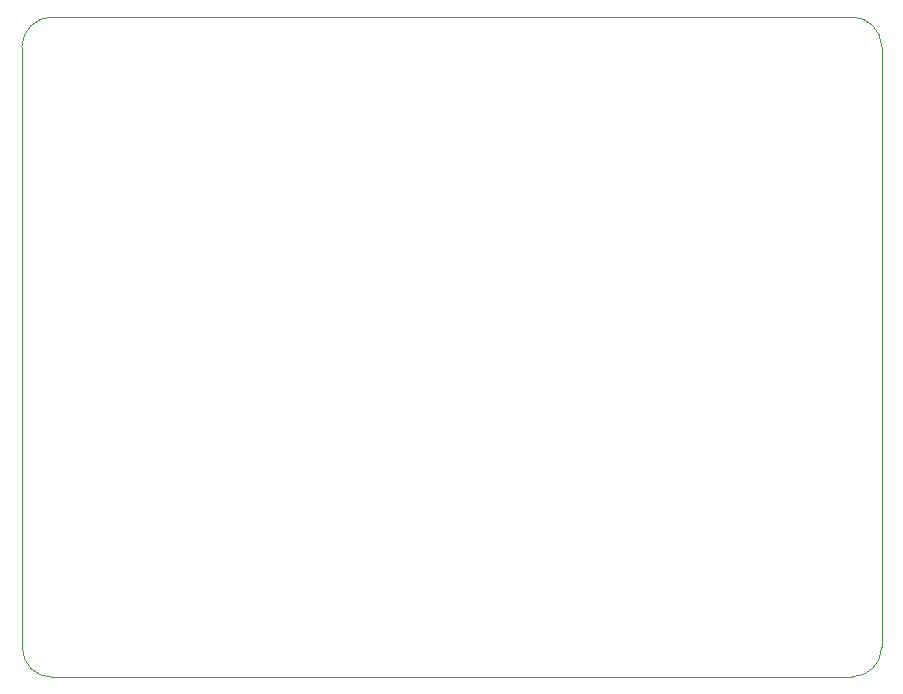
<source format=gbr>
%TF.GenerationSoftware,KiCad,Pcbnew,9.0.4*%
%TF.CreationDate,2025-11-03T23:40:34-06:00*%
%TF.ProjectId,BPSD-2025,42505344-2d32-4303-9235-2e6b69636164,rev?*%
%TF.SameCoordinates,Original*%
%TF.FileFunction,Profile,NP*%
%FSLAX46Y46*%
G04 Gerber Fmt 4.6, Leading zero omitted, Abs format (unit mm)*
G04 Created by KiCad (PCBNEW 9.0.4) date 2025-11-03 23:40:34*
%MOMM*%
%LPD*%
G01*
G04 APERTURE LIST*
%TA.AperFunction,Profile*%
%ADD10C,0.050000*%
%TD*%
G04 APERTURE END LIST*
D10*
X171257719Y-121900000D02*
G75*
G02*
X168733221Y-124394606I-2500119J5400D01*
G01*
X168757233Y-68533567D02*
G75*
G02*
X171257233Y-71033567I-33J-2500033D01*
G01*
X101000000Y-124425000D02*
X168733221Y-124394600D01*
X101000000Y-124425000D02*
G75*
G02*
X98500000Y-121924785I0J2500000D01*
G01*
X171257232Y-71033567D02*
X171257600Y-121894600D01*
X98459116Y-71037624D02*
X98500000Y-121925000D01*
X101006950Y-68533567D02*
X168757200Y-68533567D01*
X98459115Y-71037624D02*
G75*
G02*
X101006950Y-68533543I2558685J-55176D01*
G01*
M02*

</source>
